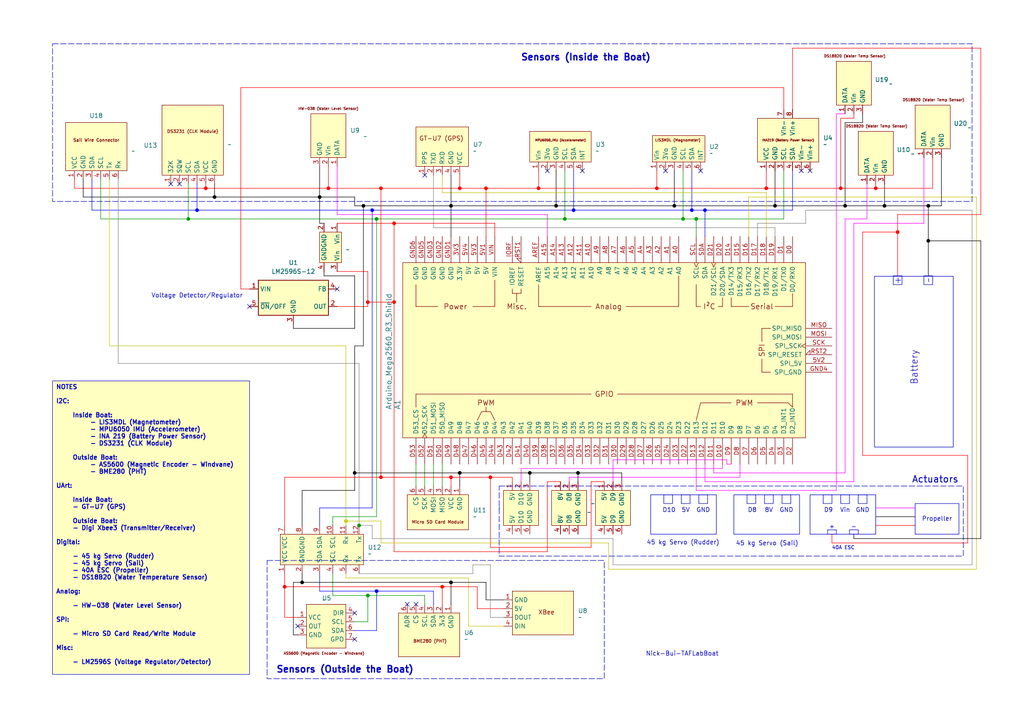
<source format=kicad_sch>
(kicad_sch (version 20231120) (generator "eeschema") (generator_version "8.0")
  (paper "A4")
  (lib_symbols
    (symbol "PCM_arduino-library:Arduino_Mega2560_R3_Shield" (pin_names (offset 1.016))
      (property "Reference" "A" (at 0 -62.23 0))
      (property "Value" "Arduino_Mega2560_R3_Shield" (at 0 -66.04 0))
      (symbol "Arduino_Mega2560_R3_Shield_0_0"
        (text "Analog" (at -12.7 1.27 900) (effects (font (size 1.524 1.524))))
        (text "I²C" (at -12.7 30.48 900) (effects (font (size 1.524 1.524))))
        (text "Misc." (at -12.7 -25.4 900) (effects (font (size 1.524 1.524))))
        (text "Power" (at -12.7 -43.18 900) (effects (font (size 1.524 1.524))))
        (text "PWM" (at 15.24 -34.29 900) (effects (font (size 1.524 1.524))))
        (text "PWM" (at 15.24 40.64 900) (effects (font (size 1.524 1.524))))
        (text "Serial" (at -12.7 45.72 900) (effects (font (size 1.524 1.524))))
        (text "SPI" (at 0 45.72 0) (effects (font (size 1.524 1.524))))
      )
      (symbol "Arduino_Mega2560_R3_Shield_1_0"
        (text "GPIO" (at 12.7 0 900) (effects (font (size 1.524 1.524))))
      )
      (symbol "Arduino_Mega2560_R3_Shield_1_1"
        (pin power_out line (at -33.02 -41.91 0) (length 7.62) (name "3.3V") (number "3V3"))
        (pin power_in line (at -33.02 -34.29 0) (length 7.62) (name "5V") (number "5V1"))
        (pin power_in line (at 3.81 66.04 270) (length 7.62) (name "SPI_5V") (number "5V2"))
        (pin power_in line (at -33.02 -36.83 0) (length 7.62) (name "5V") (number "5V3"))
        (pin power_in line (at -33.02 -39.37 0) (length 7.62) (name "5V") (number "5V4"))
        (pin bidirectional line (at -33.02 21.59 0) (length 7.62) (name "A0") (number "A0"))
        (pin bidirectional line (at -33.02 19.05 0) (length 7.62) (name "A1") (number "A1"))
        (pin bidirectional line (at -33.02 -3.81 0) (length 7.62) (name "A10") (number "A10"))
        (pin bidirectional line (at -33.02 -6.35 0) (length 7.62) (name "A11") (number "A11"))
        (pin bidirectional line (at -33.02 -8.89 0) (length 7.62) (name "A12") (number "A12"))
        (pin bidirectional line (at -33.02 -11.43 0) (length 7.62) (name "A13") (number "A13"))
        (pin bidirectional line (at -33.02 -13.97 0) (length 7.62) (name "A14") (number "A14"))
        (pin bidirectional line (at -33.02 -16.51 0) (length 7.62) (name "A15") (number "A15"))
        (pin bidirectional line (at -33.02 16.51 0) (length 7.62) (name "A2") (number "A2"))
        (pin bidirectional line (at -33.02 13.97 0) (length 7.62) (name "A3") (number "A3"))
        (pin bidirectional line (at -33.02 11.43 0) (length 7.62) (name "A4") (number "A4"))
        (pin bidirectional line (at -33.02 8.89 0) (length 7.62) (name "A5") (number "A5"))
        (pin bidirectional line (at -33.02 6.35 0) (length 7.62) (name "A6") (number "A6"))
        (pin bidirectional line (at -33.02 3.81 0) (length 7.62) (name "A7") (number "A7"))
        (pin bidirectional line (at -33.02 1.27 0) (length 7.62) (name "A8") (number "A8"))
        (pin bidirectional line (at -33.02 -1.27 0) (length 7.62) (name "A9") (number "A9"))
        (pin input line (at -33.02 -19.05 0) (length 7.62) (name "AREF") (number "AREF"))
        (pin bidirectional line (at -33.02 54.61 0) (length 7.62) (name "D0/RX0") (number "D0"))
        (pin bidirectional line (at -33.02 52.07 0) (length 7.62) (name "D1/TX0") (number "D1"))
        (pin bidirectional line (at 33.02 34.29 180) (length 7.62) (name "D10") (number "D10"))
        (pin bidirectional line (at 33.02 31.75 180) (length 7.62) (name "D11") (number "D11"))
        (pin bidirectional line (at 33.02 29.21 180) (length 7.62) (name "D12") (number "D12"))
        (pin bidirectional line (at 33.02 26.67 180) (length 7.62) (name "D13") (number "D13"))
        (pin bidirectional line (at -33.02 36.83 0) (length 7.62) (name "D14/TX3") (number "D14"))
        (pin bidirectional line (at -33.02 39.37 0) (length 7.62) (name "D15/RX3") (number "D15"))
        (pin bidirectional line (at -33.02 41.91 0) (length 7.62) (name "D16/TX2") (number "D16"))
        (pin bidirectional line (at -33.02 44.45 0) (length 7.62) (name "D17/RX2") (number "D17"))
        (pin bidirectional line (at -33.02 46.99 0) (length 7.62) (name "D18/TX1") (number "D18"))
        (pin bidirectional line (at -33.02 49.53 0) (length 7.62) (name "D19/RX1") (number "D19"))
        (pin bidirectional line (at 33.02 54.61 180) (length 7.62) (name "D2_INT0") (number "D2"))
        (pin bidirectional line (at -33.02 34.29 0) (length 7.62) (name "D20/SDA") (number "D20"))
        (pin bidirectional clock (at -33.02 31.75 0) (length 7.62) (name "D21/SCL") (number "D21"))
        (pin bidirectional line (at 33.02 24.13 180) (length 7.62) (name "D22") (number "D22"))
        (pin bidirectional line (at 33.02 21.59 180) (length 7.62) (name "D23") (number "D23"))
        (pin bidirectional line (at 33.02 19.05 180) (length 7.62) (name "D24") (number "D24"))
        (pin bidirectional line (at 33.02 16.51 180) (length 7.62) (name "D25") (number "D25"))
        (pin bidirectional line (at 33.02 13.97 180) (length 7.62) (name "D26") (number "D26"))
        (pin bidirectional line (at 33.02 11.43 180) (length 7.62) (name "D27") (number "D27"))
        (pin bidirectional line (at 33.02 8.89 180) (length 7.62) (name "D28") (number "D28"))
        (pin bidirectional line (at 33.02 6.35 180) (length 7.62) (name "D29") (number "D29"))
        (pin bidirectional line (at 33.02 52.07 180) (length 7.62) (name "D3_INT1") (number "D3"))
        (pin bidirectional line (at 33.02 3.81 180) (length 7.62) (name "D30") (number "D30"))
        (pin bidirectional line (at 33.02 1.27 180) (length 7.62) (name "D31") (number "D31"))
        (pin bidirectional line (at 33.02 -1.27 180) (length 7.62) (name "D32") (number "D32"))
        (pin bidirectional line (at 33.02 -3.81 180) (length 7.62) (name "D33") (number "D33"))
        (pin bidirectional line (at 33.02 -6.35 180) (length 7.62) (name "D34") (number "D34"))
        (pin bidirectional line (at 33.02 -8.89 180) (length 7.62) (name "D35") (number "D35"))
        (pin bidirectional line (at 33.02 -11.43 180) (length 7.62) (name "D36") (number "D36"))
        (pin bidirectional line (at 33.02 -13.97 180) (length 7.62) (name "D37") (number "D37"))
        (pin bidirectional line (at 33.02 -16.51 180) (length 7.62) (name "D38") (number "D38"))
        (pin bidirectional line (at 33.02 -19.05 180) (length 7.62) (name "D39") (number "D39"))
        (pin bidirectional line (at 33.02 49.53 180) (length 7.62) (name "D4") (number "D4"))
        (pin bidirectional line (at 33.02 -21.59 180) (length 7.62) (name "D40") (number "D40"))
        (pin bidirectional line (at 33.02 -24.13 180) (length 7.62) (name "D41") (number "D41"))
        (pin bidirectional line (at 33.02 -26.67 180) (length 7.62) (name "D42") (number "D42"))
        (pin bidirectional line (at 33.02 -29.21 180) (length 7.62) (name "D43") (number "D43"))
        (pin bidirectional line (at 33.02 -31.75 180) (length 7.62) (name "D44") (number "D44"))
        (pin bidirectional line (at 33.02 -34.29 180) (length 7.62) (name "D45") (number "D45"))
        (pin bidirectional line (at 33.02 -36.83 180) (length 7.62) (name "D46") (number "D46"))
        (pin bidirectional line (at 33.02 -39.37 180) (length 7.62) (name "D47") (number "D47"))
        (pin bidirectional line (at 33.02 -41.91 180) (length 7.62) (name "D48") (number "D48"))
        (pin bidirectional line (at 33.02 -44.45 180) (length 7.62) (name "D49") (number "D49"))
        (pin bidirectional line (at 33.02 46.99 180) (length 7.62) (name "D5") (number "D5"))
        (pin bidirectional line (at 33.02 -46.99 180) (length 7.62) (name "D50_MISO") (number "D50"))
        (pin bidirectional line (at 33.02 -49.53 180) (length 7.62) (name "D51_MOSI") (number "D51"))
        (pin bidirectional clock (at 33.02 -52.07 180) (length 7.62) (name "D52_SCK") (number "D52"))
        (pin bidirectional line (at 33.02 -54.61 180) (length 7.62) (name "D53_CS") (number "D53"))
        (pin bidirectional line (at 33.02 44.45 180) (length 7.62) (name "D6") (number "D6"))
        (pin bidirectional line (at 33.02 41.91 180) (length 7.62) (name "D7") (number "D7"))
        (pin bidirectional line (at 33.02 39.37 180) (length 7.62) (name "D8") (number "D8"))
        (pin bidirectional line (at 33.02 36.83 180) (length 7.62) (name "D9") (number "D9"))
        (pin power_in line (at -33.02 -44.45 0) (length 7.62) (name "GND") (number "GND1"))
        (pin power_in line (at -33.02 -46.99 0) (length 7.62) (name "GND") (number "GND2"))
        (pin power_in line (at -33.02 -49.53 0) (length 7.62) (name "GND") (number "GND3"))
        (pin power_in line (at 6.35 66.04 270) (length 7.62) (name "SPI_GND") (number "GND4"))
        (pin power_in line (at -33.02 -52.07 0) (length 7.62) (name "GND") (number "GND5"))
        (pin power_in line (at -33.02 -54.61 0) (length 7.62) (name "GND") (number "GND6"))
        (pin output line (at -33.02 -26.67 0) (length 7.62) (name "IOREF") (number "IORF"))
        (pin input line (at -6.35 66.04 270) (length 7.62) (name "SPI_MISO") (number "MISO"))
        (pin output line (at -3.81 66.04 270) (length 7.62) (name "SPI_MOSI") (number "MOSI"))
        (pin open_collector input_low (at -33.02 -24.13 0) (length 7.62) (name "RESET") (number "RST1"))
        (pin open_collector input_low (at 1.27 66.04 270) (length 7.62) (name "SPI_RESET") (number "RST2"))
        (pin output clock (at -1.27 66.04 270) (length 7.62) (name "SPI_SCK") (number "SCK"))
        (pin bidirectional clock (at -33.02 26.67 0) (length 7.62) (name "SCL") (number "SCL"))
        (pin bidirectional line (at -33.02 29.21 0) (length 7.62) (name "SDA") (number "SDA"))
        (pin power_in line (at -33.02 -31.75 0) (length 7.62) (name "VIN") (number "VIN"))
      )
    )
    (symbol "Regulator_Switching:LM2596S-12"
      (property "Reference" "U" (at -10.16 6.35 0))
      (property "Value" "LM2596S-12" (at 0 6.35 0))
      (symbol "LM2596S-12_1_1"
        (pin power_in line (at -12.7 2.54 0) (length 2.54) (name "VIN") (number "1"))
        (pin output line (at 12.7 -2.54 180) (length 2.54) (name "OUT") (number "2"))
        (pin power_in line (at 0 -7.62 90) (length 2.54) (name "GND") (number "3"))
        (pin input line (at 12.7 2.54 180) (length 2.54) (name "FB") (number "4"))
        (pin input line (at -12.7 -2.54 0) (length 2.54) (name "~{ON}/OFF") (number "5"))
      )
    )
    (symbol "TAFLab-Symbol-Library:AS5600_Magnetic_Encoder_Windvane"
      (property "Reference" "U" (at 0 0 0))
      (symbol "AS5600_Magnetic_Encoder_Windvane_1_1"
        (text "AS5600 (Magnetic Encoder - Windvane)" (at 7.62 -7.874 0) (effects (font (size 0.762 0.762))))
        (pin power_in line (at 0 2.54 0) (length 2.54) (name "VCC") (number "1"))
        (pin output line (at 0 0 0) (length 2.54) (name "OUT") (number "2"))
        (pin power_in line (at 0 -2.54 0) (length 2.54) (name "GND") (number "3"))
        (pin unspecified line (at 16.51 3.81 180) (length 2.54) (name "DIR") (number "4"))
        (pin bidirectional line (at 16.51 1.27 180) (length 2.54) (name "SCL") (number "5"))
        (pin bidirectional line (at 16.51 -1.27 180) (length 2.54) (name "SDA") (number "6"))
        (pin unspecified line (at 16.51 -3.81 180) (length 2.54) (name "GPO") (number "7"))
      )
    )
    (symbol "TAFLab-Symbol-Library:BME280_PHT"
      (property "Reference" "U" (at 0 0 0))
      (symbol "BME280_PHT_1_1"
        (text "BME280 (PHT)" (at 10.668 -3.556 900) (effects (font (size 0.889 0.889))))
        (pin power_in line (at 0 2.54 0) (length 2.54) (name "GND") (number "1"))
        (pin power_in line (at 0 0 0) (length 2.54) (name "3v3") (number "2"))
        (pin bidirectional line (at 0 -2.54 0) (length 2.54) (name "SDA") (number "3"))
        (pin bidirectional line (at 0 -5.08 0) (length 2.54) (name "SCL") (number "4"))
        (pin unspecified line (at 0 -7.62 0) (length 2.54) (name "CS") (number "5"))
        (pin unspecified line (at 0 -10.16 0) (length 2.54) (name "ADR") (number "6"))
      )
    )
    (symbol "TAFLab-Symbol-Library:DS18B20_Water_Temp_Sensor"
      (property "Reference" "U" (at 0 0 0))
      (symbol "DS18B20_Water_Temp_Sensor_1_1"
        (text "DS18B20 (Water Temp Sensor)" (at 16.764 -0.254 900) (effects (font (size 0.762 0.762))))
        (pin output line (at 0 2.54 0) (length 2.54) (name "DATA") (number "1"))
        (pin power_in line (at 0 0 0) (length 2.54) (name "Vin") (number "2"))
        (pin power_in line (at 0 -2.54 0) (length 2.54) (name "GND") (number "3"))
      )
    )
    (symbol "TAFLab-Symbol-Library:ESCConnector"
      (property "Reference" "U" (at 0 0 0))
      (symbol "ESCConnector_1_1"
        (pin power_in line (at -7.62 8.89 0) (length 2.54) (name "5V") (number "1"))
        (pin unspecified line (at -7.62 6.35 0) (length 2.54) (name "D9") (number "2"))
        (pin power_in line (at -7.62 3.81 0) (length 2.54) (name "GND") (number "3"))
        (pin power_in line (at 7.62 8.89 180) (length 2.54) (name "5V") (number "4"))
        (pin unspecified line (at 7.62 6.35 180) (length 2.54) (name "D9") (number "5"))
        (pin power_in line (at 7.62 3.81 180) (length 2.54) (name "GND") (number "6"))
      )
    )
    (symbol "TAFLab-Symbol-Library:GT-U7_GPS"
      (property "Reference" "U" (at 0 0 0))
      (symbol "GT-U7_GPS_1_1"
        (text "GT-U7 (GPS)" (at 10.668 -1.016 900) (effects (font (size 1.27 1.27))))
        (pin unspecified line (at 0 3.81 0) (length 2.54) (name "PPS") (number "1"))
        (pin output line (at 0 1.27 0) (length 2.54) (name "TXD") (number "2"))
        (pin input line (at 0 -1.27 0) (length 2.54) (name "RXD") (number "3"))
        (pin power_in line (at 0 -3.81 0) (length 2.54) (name "GND") (number "4"))
        (pin power_in line (at 0 -6.35 0) (length 2.54) (name "VCC") (number "5"))
      )
    )
    (symbol "TAFLab-Symbol-Library:HW-038_WaterLevelSensor"
      (property "Reference" "U" (at 0 0 0))
      (symbol "HW-038_WaterLevelSensor_1_1"
        (text "HW-038 (Water Level Sensor)" (at -16.764 0 900) (effects (font (size 0.762 0.762))))
        (pin output line (at 0 2.54 180) (length 2.54) (name "DATA") (number "1"))
        (pin power_in line (at 0 0 180) (length 2.54) (name "Vin") (number "2"))
        (pin power_in line (at 0 -2.54 180) (length 2.54) (name "GND") (number "3"))
      )
    )
    (symbol "TAFLab-Symbol-Library:HW84_DS3231_CLK_Module"
      (property "Reference" "U" (at 0 0 0))
      (symbol "HW84_DS3231_CLK_Module_1_1"
        (text "DS3231 (CLK Module)" (at 15.24 0 900) (effects (font (size 0.889 0.889))))
        (pin unspecified line (at 0 6.35 0) (length 2.54) (name "32K") (number "1"))
        (pin unspecified line (at 0 3.81 0) (length 2.54) (name "SQW") (number "2"))
        (pin bidirectional line (at 0 1.27 0) (length 2.54) (name "SCL") (number "3"))
        (pin bidirectional line (at 0 -1.27 0) (length 2.54) (name "SDA") (number "4"))
        (pin power_in line (at 0 -3.81 0) (length 2.54) (name "VCC") (number "5"))
        (pin power_in line (at 0 -6.35 0) (length 2.54) (name "GND") (number "6"))
      )
    )
    (symbol "TAFLab-Symbol-Library:INA219_BatteryPowerSensor"
      (property "Reference" "U" (at 0 0 0))
      (symbol "INA219_BatteryPowerSensor_1_1"
        (text "INA219 (Battery Power Sensor)" (at 8.89 -3.81 900) (effects (font (size 0.635 0.635))))
        (pin power_in line (at 0 2.54 0) (length 2.54) (name "VCC") (number "1"))
        (pin power_in line (at 0 0 0) (length 2.54) (name "GND") (number "2"))
        (pin bidirectional line (at 0 -2.54 0) (length 2.54) (name "SCL") (number "3"))
        (pin bidirectional line (at 0 -5.08 0) (length 2.54) (name "SDA") (number "4"))
        (pin power_in line (at 0 -7.62 0) (length 2.54) (name "Vin-") (number "5"))
        (pin power_in line (at 0 -10.16 0) (length 2.54) (name "Vin+") (number "6"))
        (pin power_in line (at 17.78 -2.54 180) (length 2.54) (name "Vin-") (number "7"))
        (pin power_in line (at 17.78 -5.08 180) (length 2.54) (name "Vin+") (number "8"))
      )
    )
    (symbol "TAFLab-Symbol-Library:LISM3DL_Magnometer"
      (property "Reference" "U" (at 0 0 0))
      (symbol "LISM3DL_Magnometer_1_1"
        (text "LIS3MDL (Magnometer)" (at 7.62 -3.556 900) (effects (font (size 0.762 0.762))))
        (pin power_in line (at -1.27 2.54 0) (length 2.54) (name "Vin") (number "1"))
        (pin power_in line (at -1.27 0 0) (length 2.54) (name "3Vo") (number "2"))
        (pin power_in line (at -1.27 -2.54 0) (length 2.54) (name "GND") (number "3"))
        (pin bidirectional line (at -1.27 -5.08 0) (length 2.54) (name "SCL") (number "4"))
        (pin bidirectional line (at -1.27 -7.62 0) (length 2.54) (name "SDA") (number "5"))
        (pin bidirectional line (at -1.27 -10.16 0) (length 2.54) (name "INT") (number "6"))
      )
    )
    (symbol "TAFLab-Symbol-Library:MPU6050_IMU_Accelerometer"
      (property "Reference" "U" (at 0 0 0))
      (symbol "MPU6050_IMU_Accelerometer_1_1"
        (text "MPU6050_IMU (Accelerometer)" (at 8.89 -3.81 900) (effects (font (size 0.635 0.635))))
        (pin power_in line (at 0 2.54 0) (length 2.54) (name "Vin") (number "1"))
        (pin power_in line (at 0 0 0) (length 2.54) (name "3Vo") (number "2"))
        (pin power_in line (at 0 -2.54 0) (length 2.54) (name "GND") (number "3"))
        (pin bidirectional line (at 0 -5.08 0) (length 2.54) (name "SCL") (number "4"))
        (pin bidirectional line (at 0 -7.62 0) (length 2.54) (name "SDA") (number "5"))
        (pin power_in line (at 0 -10.16 0) (length 2.54) (name "INT") (number "6"))
      )
    )
    (symbol "TAFLab-Symbol-Library:Micro_SD_Card_Module"
      (property "Reference" "U" (at 0 0 0))
      (symbol "Micro_SD_Card_Module_1_1"
        (text "Micro SD Card Module" (at 10.414 -3.81 900) (effects (font (size 0.889 0.889))))
        (pin power_in line (at 0 2.54 0) (length 2.54) (name "GND") (number "1"))
        (pin power_in line (at 0 0 0) (length 2.54) (name "VCC") (number "2"))
        (pin unspecified line (at 0 -2.54 0) (length 2.54) (name "MISO") (number "3"))
        (pin unspecified line (at 0 -5.08 0) (length 2.54) (name "MOSI") (number "4"))
        (pin unspecified line (at 0 -7.62 0) (length 2.54) (name "SCK") (number "5"))
        (pin unspecified line (at 0 -10.16 0) (length 2.54) (name "CS") (number "6"))
      )
    )
    (symbol "TAFLab-Symbol-Library:RudderConnector"
      (property "Reference" "U" (at 0 0 0))
      (symbol "RudderConnector_1_1"
        (pin power_in line (at 0 2.54 0) (length 2.54) (name "5V") (number "1"))
        (pin unspecified line (at 0 0 0) (length 2.54) (name "D10") (number "2"))
        (pin power_in line (at 0 -2.54 0) (length 2.54) (name "GND") (number "3"))
        (pin power_in line (at 15.24 2.54 180) (length 2.54) (name "5V") (number "4"))
        (pin unspecified line (at 15.24 0 180) (length 2.54) (name "D10") (number "5"))
        (pin power_in line (at 15.24 -2.54 180) (length 2.54) (name "GND") (number "6"))
      )
    )
    (symbol "TAFLab-Symbol-Library:SailConnector"
      (property "Reference" "U" (at 0 0 0))
      (symbol "SailConnector_1_1"
        (pin power_in line (at -7.62 10.16 0) (length 2.54) (name "8V") (number "1"))
        (pin unspecified line (at -7.62 7.62 0) (length 2.54) (name "D8") (number "2"))
        (pin power_in line (at -7.62 5.08 0) (length 2.54) (name "GND") (number "3"))
        (pin power_in line (at 7.62 10.16 180) (length 2.54) (name "8V") (number "4"))
        (pin unspecified line (at 7.62 7.62 180) (length 2.54) (name "D8") (number "5"))
        (pin power_in line (at 7.62 5.08 180) (length 2.54) (name "GND") (number "6"))
      )
    )
    (symbol "TAFLab-Symbol-Library:SailWireConnector"
      (property "Reference" "U" (at 2.54 0 0))
      (symbol "SailWireConnector_1_1"
        (text "Sail Wire Connector" (at 13.97 0 900) (effects (font (size 0.889 0.889))))
        (pin power_in line (at 2.54 6.35 0) (length 2.54) (name "VCC") (number "1"))
        (pin power_in line (at 2.54 3.81 0) (length 2.54) (name "GND") (number "2"))
        (pin bidirectional line (at 2.54 1.27 0) (length 2.54) (name "SDA") (number "3"))
        (pin bidirectional line (at 2.54 -1.27 0) (length 2.54) (name "SCL") (number "4"))
        (pin unspecified line (at 2.54 -3.81 0) (length 2.54) (name "Tx") (number "5"))
        (pin unspecified line (at 2.54 -6.35 0) (length 2.54) (name "Rx") (number "6"))
      )
    )
    (symbol "TAFLab-Symbol-Library:Top_Boat_Symbol"
      (property "Reference" "U" (at 0 0 0))
      (symbol "Top_Boat_Symbol_1_1"
        (pin power_in line (at -17.78 -2.54 90) (length 2.54) (name "VCC") (number "1"))
        (pin bidirectional line (at -3.81 11.43 270) (length 2.54) (name "SCL") (number "10"))
        (pin input line (at 0 11.43 270) (length 2.54) (name "Rx") (number "11"))
        (pin output line (at 3.81 11.43 270) (length 2.54) (name "Tx") (number "12"))
        (pin power_in line (at -12.7 -2.54 90) (length 2.54) (name "GND") (number "2"))
        (pin bidirectional line (at -7.62 -2.54 90) (length 2.54) (name "SDA") (number "3"))
        (pin bidirectional line (at -3.81 -2.54 90) (length 2.54) (name "SCL") (number "4"))
        (pin input line (at 0 -2.54 90) (length 2.54) (name "Rx") (number "5"))
        (pin output line (at 3.81 -2.54 90) (length 2.54) (name "Tx") (number "6"))
        (pin power_in line (at -17.78 11.43 270) (length 2.54) (name "VCC") (number "7"))
        (pin power_in line (at -12.7 11.43 270) (length 2.54) (name "GND") (number "8"))
        (pin bidirectional line (at -7.62 11.43 270) (length 2.54) (name "SDA") (number "9"))
      )
    )
    (symbol "TAFLab-Symbol-Library:VinArduinoConnector"
      (property "Reference" "U" (at 0 -2.54 0))
      (symbol "VinArduinoConnector_1_1"
        (pin power_in line (at -2.54 0 0) (length 2.54) (name "Vin") (number "1"))
        (pin power_in line (at -2.54 -3.81 0) (length 2.54) (name "GND") (number "2"))
        (pin power_in line (at 11.43 0 180) (length 2.54) (name "Vin") (number "3"))
        (pin power_in line (at 11.43 -3.81 180) (length 2.54) (name "GND") (number "4"))
      )
    )
    (symbol "TAFLab-Symbol-Library:XBeeBreakout"
      (property "Reference" "U" (at 0 0 0))
      (symbol "XBeeBreakout_1_1"
        (text "XBee" (at 12.446 -1.016 0) (effects (font (size 1.27 1.27))))
        (pin power_in line (at 0 2.54 0) (length 2.54) (name "GND") (number "1"))
        (pin power_in line (at 0 0 0) (length 2.54) (name "5V") (number "2"))
        (pin output line (at 0 -2.54 0) (length 2.54) (name "DOUT") (number "3"))
        (pin input line (at 0 -5.08 0) (length 2.54) (name "DIN") (number "4"))
      )
    )
  )
  (junction (at 245.11 59.69) (color 0 0 0 1))
  (junction (at 161.29 59.69) (color 0 0 0 1))
  (junction (at 57.15 60.96) (color 0 0 255 1))
  (junction (at 260.35 67.31) (color 255 0 0 1))
  (junction (at 142.24 138.43) (color 255 0 0 1))
  (junction (at 62.23 57.15) (color 0 0 0 1))
  (junction (at 167.64 137.16) (color 0 0 0 1))
  (junction (at 109.22 171.45) (color 0 0 255 1))
  (junction (at 114.3 87.63) (color 255 0 0 1))
  (junction (at 128.27 170.18) (color 255 0 0 1))
  (junction (at 269.24 59.69) (color 0 0 0 1))
  (junction (at 269.24 69.85) (color 0 0 0 1))
  (junction (at 104.14 152.4))
  (junction (at 105.41 59.69) (color 0 0 0 1))
  (junction (at 130.81 59.69) (color 0 0 0 1))
  (junction (at 114.3 64.77) (color 255 0 0 1))
  (junction (at 107.95 60.96) (color 0 0 255 1))
  (junction (at 82.55 170.18) (color 255 0 0 1))
  (junction (at 110.49 54.61) (color 255 0 0 1))
  (junction (at 163.83 63.5))
  (junction (at 110.49 138.43) (color 255 0 0 1))
  (junction (at 254 54.61) (color 255 0 0 1))
  (junction (at 243.84 54.61) (color 255 0 0 1))
  (junction (at 166.37 60.96) (color 0 0 255 1))
  (junction (at 153.67 137.16) (color 0 0 0 1))
  (junction (at 198.12 63.5))
  (junction (at 222.25 54.61) (color 255 0 0 1))
  (junction (at 106.68 172.72))
  (junction (at 204.47 60.96) (color 0 0 255 1))
  (junction (at 140.97 54.61) (color 255 0 0 1))
  (junction (at 133.35 137.16) (color 0 0 0 1))
  (junction (at 256.54 59.69) (color 0 0 0 1))
  (junction (at 201.93 63.5))
  (junction (at 92.71 57.15) (color 0 0 0 1))
  (junction (at 109.22 63.5))
  (junction (at 95.25 54.61) (color 255 0 0 1))
  (junction (at 106.68 87.63) (color 255 0 0 1))
  (junction (at 59.69 54.61) (color 255 0 0 1))
  (junction (at 133.35 54.61) (color 255 0 0 1))
  (junction (at 200.66 60.96) (color 0 0 255 1))
  (junction (at 102.87 137.16) (color 0 0 0 1))
  (junction (at 87.63 168.91) (color 0 0 0 1))
  (junction (at 130.81 168.91) (color 0 0 0 1))
  (junction (at 54.61 63.5))
  (junction (at 190.5 54.61) (color 255 0 0 1))
  (junction (at 195.58 59.69) (color 0 0 0 1))
  (junction (at 224.79 59.69) (color 0 0 0 1))
  (junction (at 130.81 138.43) (color 255 0 0 1))
  (junction (at 156.21 54.61) (color 255 0 0 1))
  (junction (at 100.33 151.13) (color 194 194 0 1))
  (no_connect (at 49.53 53.34))
  (no_connect (at 120.65 175.26))
  (no_connect (at 118.11 175.26))
  (no_connect (at 158.75 49.53))
  (no_connect (at 72.39 88.9))
  (no_connect (at 193.04 49.53))
  (no_connect (at 86.36 181.61))
  (no_connect (at 102.87 185.42))
  (no_connect (at 102.87 177.8))
  (no_connect (at 232.41 49.53))
  (no_connect (at 97.79 83.82))
  (no_connect (at 168.91 49.53))
  (no_connect (at 52.07 53.34))
  (no_connect (at 203.2 49.53))
  (no_connect (at 123.19 50.8))
  (no_connect (at 234.95 49.53))
  (wire (pts (xy 125.73 134.62) (xy 125.73 140.97)))
  (wire (pts (xy 201.93 63.5) (xy 198.12 63.5)))
  (wire (pts (xy 233.68 64.77) (xy 219.71 64.77)) (stroke (width 0) (color 132 132 132 1)))
  (wire (pts (xy 114.3 64.77) (xy 143.51 64.77)) (stroke (width 0) (color 255 0 0 1)))
  (wire (pts (xy 62.23 57.15) (xy 24.13 57.15)) (stroke (width 0) (color 0 0 0 1)))
  (wire (pts (xy 247.65 139.7) (xy 204.47 139.7)) (stroke (width 0) (color 255 0 255 1)))
  (wire (pts (xy 190.5 54.61) (xy 222.25 54.61)) (stroke (width 0) (color 255 0 0 1)))
  (wire (pts (xy 69.85 25.4) (xy 69.85 83.82)) (stroke (width 0) (color 255 0 0 1)))
  (wire (pts (xy 123.19 134.62) (xy 123.19 140.97)))
  (wire (pts (xy 107.95 147.32) (xy 92.71 147.32)) (stroke (width 0) (color 0 0 255 1)))
  (wire (pts (xy 142.24 138.43) (xy 148.59 138.43)) (stroke (width 0) (color 255 0 0 1)))
  (wire (pts (xy 114.3 87.63) (xy 114.3 64.77)) (stroke (width 0) (color 255 0 0 1)))
  (wire (pts (xy 110.49 157.48) (xy 176.53 157.48)) (stroke (width 0) (color 194 194 0 1)))
  (wire (pts (xy 227.33 49.53) (xy 227.33 63.5)))
  (wire (pts (xy 102.87 142.24) (xy 87.63 142.24)) (stroke (width 0) (color 0 0 0 1)))
  (wire (pts (xy 260.35 80.01) (xy 260.35 67.31)) (stroke (width 0) (color 255 0 0 1)))
  (wire (pts (xy 87.63 168.91) (xy 130.81 168.91)) (stroke (width 0) (color 0 0 0 1)))
  (wire (pts (xy 107.95 156.21) (xy 107.95 152.4)) (stroke (width 0) (color 132 132 132 1)))
  (wire (pts (xy 256.54 59.69) (xy 269.24 59.69)) (stroke (width 0) (color 0 0 0 1)))
  (wire (pts (xy 254 54.61) (xy 270.51 54.61)) (stroke (width 0) (color 255 0 0 1)))
  (wire (pts (xy 245.11 35.56) (xy 250.19 35.56)) (stroke (width 0) (color 0 0 0 1)))
  (wire (pts (xy 224.79 59.69) (xy 224.79 49.53)) (stroke (width 0) (color 0 0 0 1)))
  (wire (pts (xy 201.93 68.58) (xy 201.93 63.5)))
  (wire (pts (xy 93.98 80.01) (xy 93.98 78.74)) (stroke (width 0) (color 0 0 0 1)))
  (wire (pts (xy 96.52 172.72) (xy 106.68 172.72)))
  (wire (pts (xy 110.49 54.61) (xy 110.49 138.43)) (stroke (width 0) (color 255 0 0 1)))
  (wire (pts (xy 260.35 67.31) (xy 260.35 62.23)) (stroke (width 0) (color 255 0 0 1)))
  (wire (pts (xy 130.81 168.91) (xy 140.97 168.91)) (stroke (width 0) (color 0 0 0 1)))
  (wire (pts (xy 158.75 160.02) (xy 158.75 139.7)) (stroke (width 0) (color 255 0 0 1)))
  (wire (pts (xy 106.68 87.63) (xy 106.68 78.74)) (stroke (width 0) (color 255 0 0 1)))
  (wire (pts (xy 161.29 59.69) (xy 195.58 59.69)) (stroke (width 0) (color 0 0 0 1)))
  (wire (pts (xy 153.67 137.16) (xy 167.64 137.16)) (stroke (width 0) (color 0 0 0 1)))
  (wire (pts (xy 207.01 134.62) (xy 207.01 137.16)) (stroke (width 0) (color 255 0 255 1)))
  (wire (pts (xy 245.11 33.02) (xy 242.57 33.02)) (stroke (width 0) (color 255 0 255 1)))
  (wire (pts (xy 245.11 59.69) (xy 256.54 59.69)) (stroke (width 0) (color 0 0 0 1)))
  (wire (pts (xy 283.21 57.15) (xy 217.17 57.15)) (stroke (width 0) (color 194 194 0 1)))
  (wire (pts (xy 133.35 50.8) (xy 133.35 54.61)) (stroke (width 0) (color 255 0 0 1)))
  (wire (pts (xy 107.95 152.4) (xy 104.14 152.4)) (stroke (width 0) (color 132 132 132 1)))
  (wire (pts (xy 137.16 163.83) (xy 142.24 163.83)) (stroke (width 0) (color 132 132 132 1)))
  (wire (pts (xy 102.87 95.25) (xy 102.87 80.01)) (stroke (width 0) (color 0 0 0 1)))
  (wire (pts (xy 254 152.4) (xy 265.43 152.4)) (stroke (width 0) (color 255 0 0 1)))
  (wire (pts (xy 125.73 171.45) (xy 125.73 175.26)) (stroke (width 0) (color 0 0 255 1)))
  (wire (pts (xy 96.52 166.37) (xy 96.52 172.72)))
  (wire (pts (xy 128.27 134.62) (xy 128.27 140.97)))
  (wire (pts (xy 109.22 171.45) (xy 125.73 171.45)) (stroke (width 0) (color 0 0 255 1)))
  (wire (pts (xy 167.64 137.16) (xy 167.64 139.7)) (stroke (width 0) (color 0 0 0 1)))
  (wire (pts (xy 260.35 67.31) (xy 250.19 67.31)) (stroke (width 0) (color 255 0 0 1)))
  (wire (pts (xy 267.97 64.77) (xy 247.65 64.77)) (stroke (width 0) (color 255 0 255 1)))
  (wire (pts (xy 54.61 63.5) (xy 54.61 53.34)))
  (wire (pts (xy 107.95 60.96) (xy 107.95 147.32)) (stroke (width 0) (color 0 0 255 1)))
  (wire (pts (xy 109.22 63.5) (xy 54.61 63.5)))
  (wire (pts (xy 283.21 165.1) (xy 283.21 57.15)) (stroke (width 0) (color 194 194 0 1)))
  (wire (pts (xy 209.55 135.89) (xy 209.55 134.62)) (stroke (width 0) (color 255 0 255 1)))
  (wire (pts (xy 62.23 57.15) (xy 92.71 57.15)) (stroke (width 0) (color 0 0 0 1)))
  (wire (pts (xy 165.1 139.7) (xy 165.1 138.43)) (stroke (width 0) (color 255 0 255 1)))
  (wire (pts (xy 102.87 137.16) (xy 102.87 142.24)) (stroke (width 0) (color 0 0 0 1)))
  (wire (pts (xy 251.46 53.34) (xy 251.46 63.5)) (stroke (width 0) (color 255 0 255 1)))
  (wire (pts (xy 281.94 60.96) (xy 233.68 60.96)) (stroke (width 0) (color 132 132 132 1)))
  (wire (pts (xy 260.35 62.23) (xy 284.48 62.23)) (stroke (width 0) (color 255 0 0 1)))
  (wire (pts (xy 140.97 168.91) (xy 140.97 173.99)) (stroke (width 0) (color 0 0 0 1)))
  (wire (pts (xy 204.47 60.96) (xy 204.47 68.58)) (stroke (width 0) (color 0 0 255 1)))
  (wire (pts (xy 104.14 105.41) (xy 34.29 105.41)) (stroke (width 0) (color 132 132 132 1)))
  (wire (pts (xy 54.61 63.5) (xy 29.21 63.5)))
  (wire (pts (xy 106.68 87.63) (xy 114.3 87.63)) (stroke (width 0) (color 255 0 0 1)))
  (wire (pts (xy 195.58 59.69) (xy 195.58 49.53)) (stroke (width 0) (color 0 0 0 1)))
  (wire (pts (xy 135.89 181.61) (xy 146.05 181.61)) (stroke (width 0) (color 194 194 0 1)))
  (wire (pts (xy 87.63 168.91) (xy 87.63 166.37)) (stroke (width 0) (color 0 0 0 1)))
  (wire (pts (xy 104.14 166.37) (xy 137.16 166.37)) (stroke (width 0) (color 132 132 132 1)))
  (wire (pts (xy 106.68 180.34) (xy 102.87 180.34)))
  (wire (pts (xy 102.87 137.16) (xy 102.87 100.33)) (stroke (width 0) (color 0 0 0 1)))
  (wire (pts (xy 100.33 167.64) (xy 135.89 167.64)) (stroke (width 0) (color 194 194 0 1)))
  (wire (pts (xy 280.67 157.48) (xy 241.3 157.48)) (stroke (width 0) (color 255 0 0 1)))
  (wire (pts (xy 92.71 64.77) (xy 93.98 64.77)) (stroke (width 0) (color 0 0 0 1)))
  (wire (pts (xy 166.37 60.96) (xy 107.95 60.96)) (stroke (width 0) (color 0 0 255 1)))
  (wire (pts (xy 133.35 137.16) (xy 153.67 137.16)) (stroke (width 0) (color 0 0 0 1)))
  (wire (pts (xy 222.25 55.88) (xy 222.25 68.58)) (stroke (width 0) (color 194 194 0 1)))
  (wire (pts (xy 254 54.61) (xy 254 53.34)) (stroke (width 0) (color 255 0 0 1)))
  (wire (pts (xy 92.71 57.15) (xy 92.71 48.26)) (stroke (width 0) (color 0 0 0 1)))
  (wire (pts (xy 204.47 139.7) (xy 204.47 134.62)) (stroke (width 0) (color 255 0 255 1)))
  (wire (pts (xy 106.68 172.72) (xy 123.19 172.72)))
  (wire (pts (xy 133.35 54.61) (xy 110.49 54.61)) (stroke (width 0) (color 255 0 0 1)))
  (wire (pts (xy 247.65 154.94) (xy 247.65 156.21)) (stroke (width 0) (color 0 0 0 1)))
  (wire (pts (xy 59.69 54.61) (xy 59.69 53.34)) (stroke (width 0) (color 255 0 0 1)))
  (wire (pts (xy 59.69 54.61) (xy 95.25 54.61)) (stroke (width 0) (color 255 0 0 1)))
  (wire (pts (xy 247.65 64.77) (xy 247.65 139.7)) (stroke (width 0) (color 255 0 255 1)))
  (wire (pts (xy 148.59 138.43) (xy 148.59 139.7)) (stroke (width 0) (color 255 0 0 1)))
  (wire (pts (xy 26.67 60.96) (xy 26.67 52.07)) (stroke (width 0) (color 0 0 255 1)))
  (wire (pts (xy 153.67 137.16) (xy 153.67 139.7)) (stroke (width 0) (color 0 0 0 1)))
  (wire (pts (xy 245.11 63.5) (xy 245.11 137.16)) (stroke (width 0) (color 255 0 255 1)))
  (wire (pts (xy 243.84 54.61) (xy 243.84 34.29)) (stroke (width 0) (color 255 0 0 1)))
  (wire (pts (xy 82.55 170.18) (xy 82.55 179.07)) (stroke (width 0) (color 255 0 0 1)))
  (wire (pts (xy 198.12 63.5) (xy 163.83 63.5)))
  (wire (pts (xy 92.71 57.15) (xy 92.71 64.77)) (stroke (width 0) (color 0 0 0 1)))
  (wire (pts (xy 114.3 87.63) (xy 114.3 160.02)) (stroke (width 0) (color 255 0 0 1)))
  (wire (pts (xy 176.53 165.1) (xy 283.21 165.1)) (stroke (width 0) (color 194 194 0 1)))
  (wire (pts (xy 156.21 54.61) (xy 190.5 54.61)) (stroke (width 0) (color 255 0 0 1)))
  (wire (pts (xy 176.53 157.48) (xy 176.53 165.1)) (stroke (width 0) (color 194 194 0 1)))
  (wire (pts (xy 151.13 139.7) (xy 151.13 135.89)) (stroke (width 0) (color 255 0 255 1)))
  (wire (pts (xy 219.71 64.77) (xy 219.71 68.58)) (stroke (width 0) (color 132 132 132 1)))
  (wire (pts (xy 158.75 139.7) (xy 162.56 139.7)) (stroke (width 0) (color 255 0 0 1)))
  (wire (pts (xy 190.5 54.61) (xy 190.5 49.53)) (stroke (width 0) (color 255 0 0 1)))
  (wire (pts (xy 222.25 54.61) (xy 222.25 49.53)) (stroke (width 0) (color 255 0 0 1)))
  (wire (pts (xy 140.97 54.61) (xy 133.35 54.61)) (stroke (width 0) (color 255 0 0 1)))
  (wire (pts (xy 269.24 59.69) (xy 269.24 69.85)) (stroke (width 0) (color 0 0 0 1)))
  (wire (pts (xy 106.68 172.72) (xy 106.68 180.34)))
  (wire (pts (xy 242.57 142.24) (xy 201.93 142.24)) (stroke (width 0) (color 255 0 255 1)))
  (wire (pts (xy 210.82 134.62) (xy 212.09 134.62)) (stroke (width 0) (color 255 0 255 1)))
  (wire (pts (xy 210.82 133.35) (xy 210.82 134.62)) (stroke (width 0) (color 255 0 255 1)))
  (wire (pts (xy 177.8 163.83) (xy 281.94 163.83)) (stroke (width 0) (color 132 132 132 1)))
  (wire (pts (xy 233.68 60.96) (xy 233.68 64.77)) (stroke (width 0) (color 132 132 132 1)))
  (wire (pts (xy 125.73 66.04) (xy 125.73 50.8)) (stroke (width 0) (color 132 132 132 1)))
  (wire (pts (xy 195.58 59.69) (xy 224.79 59.69)) (stroke (width 0) (color 0 0 0 1)))
  (wire (pts (xy 142.24 163.83) (xy 142.24 179.07)) (stroke (width 0) (color 132 132 132 1)))
  (wire (pts (xy 267.97 45.72) (xy 267.97 64.77)) (stroke (width 0) (color 255 0 255 1)))
  (wire (pts (xy 200.66 49.53) (xy 200.66 60.96)) (stroke (width 0) (color 0 0 255 1)))
  (wire (pts (xy 92.71 171.45) (xy 109.22 171.45)) (stroke (width 0) (color 0 0 255 1)))
  (wire (pts (xy 82.55 138.43) (xy 82.55 152.4)) (stroke (width 0) (color 255 0 0 1)))
  (wire (pts (xy 163.83 63.5) (xy 163.83 49.53)))
  (wire (pts (xy 110.49 138.43) (xy 82.55 138.43)) (stroke (width 0) (color 255 0 0 1)))
  (wire (pts (xy 120.65 134.62) (xy 120.65 140.97)))
  (wire (pts (xy 92.71 166.37) (xy 92.71 171.45)) (stroke (width 0) (color 0 0 255 1)))
  (wire (pts (xy 109.22 149.86) (xy 96.52 149.86)))
  (wire (pts (xy 107.95 156.21) (xy 177.8 156.21)) (stroke (width 0) (color 132 132 132 1)))
  (wire (pts (xy 85.09 95.25) (xy 85.09 93.98)) (stroke (width 0) (color 0 0 0 1)))
  (wire (pts (xy 69.85 83.82) (xy 72.39 83.82)) (stroke (width 0) (color 255 0 0 1)))
  (wire (pts (xy 102.87 100.33) (xy 105.41 100.33)) (stroke (width 0) (color 0 0 0 1)))
  (wire (pts (xy 229.87 13.97) (xy 229.87 31.75)) (stroke (width 0) (color 255 0 0 1)))
  (wire (pts (xy 270.51 54.61) (xy 270.51 45.72)) (stroke (width 0) (color 255 0 0 1)))
  (wire (pts (xy 82.55 166.37) (xy 82.55 170.18)) (stroke (width 0) (color 255 0 0 1)))
  (wire (pts (xy 102.87 182.88) (xy 109.22 182.88)) (stroke (width 0) (color 0 0 255 1)))
  (wire (pts (xy 62.23 57.15) (xy 62.23 53.34)) (stroke (width 0) (color 0 0 0 1)))
  (wire (pts (xy 128.27 170.18) (xy 128.27 175.26)) (stroke (width 0) (color 255 0 0 1)))
  (wire (pts (xy 245.11 137.16) (xy 207.01 137.16)) (stroke (width 0) (color 255 0 255 1)))
  (wire (pts (xy 243.84 54.61) (xy 254 54.61)) (stroke (width 0) (color 255 0 0 1)))
  (wire (pts (xy 105.41 59.69) (xy 130.81 59.69)) (stroke (width 0) (color 0 0 0 1)))
  (wire (pts (xy 156.21 54.61) (xy 156.21 49.53)) (stroke (width 0) (color 255 0 0 1)))
  (wire (pts (xy 180.34 137.16) (xy 180.34 139.7)) (stroke (width 0) (color 0 0 0 1)))
  (wire (pts (xy 229.87 49.53) (xy 229.87 60.96)) (stroke (width 0) (color 0 0 255 1)))
  (wire (pts (xy 177.8 133.35) (xy 210.82 133.35)) (stroke (width 0) (color 255 0 255 1)))
  (wire (pts (xy 151.13 135.89) (xy 209.55 135.89)) (stroke (width 0) (color 255 0 255 1)))
  (wire (pts (xy 128.27 55.88) (xy 222.25 55.88)) (stroke (width 0) (color 194 194 0 1)))
  (wire (pts (xy 250.19 132.08) (xy 280.67 132.08)) (stroke (width 0) (color 255 0 0 1)))
  (wire (pts (xy 102.87 59.69) (xy 105.41 59.69)) (stroke (width 0) (color 0 0 0 1)))
  (wire (pts (xy 166.37 60.96) (xy 166.37 49.53)) (stroke (width 0) (color 0 0 255 1)))
  (wire (pts (xy 128.27 50.8) (xy 128.27 55.88)) (stroke (width 0) (color 194 194 0 1)))
  (wire (pts (xy 163.83 63.5) (xy 109.22 63.5)))
  (wire (pts (xy 137.16 166.37) (xy 137.16 163.83)) (stroke (width 0) (color 132 132 132 1)))
  (wire (pts (xy 102.87 80.01) (xy 93.98 80.01)) (stroke (width 0) (color 0 0 0 1)))
  (wire (pts (xy 273.05 45.72) (xy 273.05 59.69)) (stroke (width 0) (color 0 0 0 1)))
  (wire (pts (xy 106.68 88.9) (xy 106.68 87.63)) (stroke (width 0) (color 255 0 0 1)))
  (wire (pts (xy 241.3 154.94) (xy 241.3 157.48)) (stroke (width 0) (color 255 0 0 1)))
  (wire (pts (xy 97.79 64.77) (xy 114.3 64.77)) (stroke (width 0) (color 255 0 0 1)))
  (wire (pts (xy 92.71 57.15) (xy 102.87 57.15)) (stroke (width 0) (color 0 0 0 1)))
  (wire (pts (xy 224.79 68.58) (xy 224.79 66.04)) (stroke (width 0) (color 132 132 132 1)))
  (wire (pts (xy 250.19 35.56) (xy 250.19 33.02)) (stroke (width 0) (color 0 0 0 1)))
  (wire (pts (xy 251.46 63.5) (xy 245.11 63.5)) (stroke (width 0) (color 255 0 255 1)))
  (wire (pts (xy 34.29 105.41) (xy 34.29 52.07)) (stroke (width 0) (color 132 132 132 1)))
  (wire (pts (xy 31.75 100.33) (xy 31.75 52.07)) (stroke (width 0) (color 194 194 0 1)))
  (wire (pts (xy 107.95 60.96) (xy 57.15 60.96)) (stroke (width 0) (color 0 0 255 1)))
  (wire (pts (xy 171.45 139.7) (xy 175.26 139.7)) (stroke (width 0) (color 255 0 0 1)))
  (wire (pts (xy 167.64 137.16) (xy 180.34 137.16)) (stroke (width 0) (color 0 0 0 1)))
  (wire (pts (xy 29.21 63.5) (xy 29.21 52.07)))
  (wire (pts (xy 114.3 160.02) (xy 158.75 160.02)) (stroke (width 0) (color 255 0 0 1)))
  (wire (pts (xy 142.24 138.43) (xy 142.24 158.75)) (stroke (width 0) (color 255 0 0 1)))
  (wire (pts (xy 100.33 166.37) (xy 100.33 167.64)) (stroke (width 0) (color 194 194 0 1)))
  (wire (pts (xy 85.09 184.15) (xy 85.09 168.91)) (stroke (width 0) (color 0 0 0 1)))
  (wire (pts (xy 242.57 33.02) (xy 242.57 142.24)) (stroke (width 0) (color 255 0 255 1)))
  (wire (pts (xy 102.87 57.15) (xy 102.87 59.69)) (stroke (width 0) (color 0 0 0 1)))
  (wire (pts (xy 227.33 25.4) (xy 69.85 25.4)) (stroke (width 0) (color 255 0 0 1)))
  (wire (pts (xy 281.94 163.83) (xy 281.94 60.96)) (stroke (width 0) (color 132 132 132 1)))
  (wire (pts (xy 130.81 138.43) (xy 142.24 138.43)) (stroke (width 0) (color 255 0 0 1)))
  (wire (pts (xy 269.24 59.69) (xy 273.05 59.69)) (stroke (width 0) (color 0 0 0 1)))
  (wire (pts (xy 130.81 168.91) (xy 130.81 175.26)) (stroke (width 0) (color 0 0 0 1)))
  (wire (pts (xy 247.65 34.29) (xy 247.65 33.02)) (stroke (width 0) (color 255 0 0 1)))
  (wire (pts (xy 86.36 184.15) (xy 85.09 184.15)) (stroke (width 0) (color 0 0 0 1)))
  (wire (pts (xy 140.97 54.61) (xy 156.21 54.61)) (stroke (width 0) (color 255 0 0 1)))
  (wire (pts (xy 158.75 62.23) (xy 158.75 68.58)) (stroke (width 0) (color 255 0 255 1)))
  (wire (pts (xy 143.51 64.77) (xy 143.51 68.58)) (stroke (width 0) (color 255 0 0 1)))
  (wire (pts (xy 284.48 69.85) (xy 284.48 156.21)) (stroke (width 0) (color 0 0 0 1)))
  (wire (pts (xy 85.09 168.91) (xy 87.63 168.91)) (stroke (width 0) (color 0 0 0 1)))
  (wire (pts (xy 177.8 156.21) (xy 177.8 163.83)) (stroke (width 0) (color 132 132 132 1)))
  (wire (pts (xy 110.49 157.48) (xy 110.49 151.13)) (stroke (width 0) (color 194 194 0 1)))
  (wire (pts (xy 128.27 170.18) (xy 138.43 170.18)) (stroke (width 0) (color 255 0 0 1)))
  (wire (pts (xy 280.67 132.08) (xy 280.67 157.48)) (stroke (width 0) (color 255 0 0 1)))
  (wire (pts (xy 100.33 151.13) (xy 100.33 100.33)) (stroke (width 0) (color 194 194 0 1)))
  (wire (pts (xy 254 149.86) (xy 265.43 149.86)) (stroke (width 0) (color 0 0 0 1)))
  (wire (pts (xy 105.41 100.33) (xy 105.41 59.69)) (stroke (width 0) (color 0 0 0 1)))
  (wire (pts (xy 102.87 95.25) (xy 85.09 95.25)) (stroke (width 0) (color 0 0 0 1)))
  (wire (pts (xy 24.13 57.15) (xy 24.13 52.07)) (stroke (width 0) (color 0 0 0 1)))
  (wire (pts (xy 222.25 54.61) (xy 243.84 54.61)) (stroke (width 0) (color 255 0 0 1)))
  (wire (pts (xy 130.81 138.43) (xy 130.81 140.97)) (stroke (width 0) (color 255 0 0 1)))
  (wire (pts (xy 130.81 59.69) (xy 161.29 59.69)) (stroke (width 0) (color 0 0 0 1)))
  (wire (pts (xy 97.79 88.9) (xy 106.68 88.9)) (stroke (width 0) (color 255 0 0 1)))
  (wire (pts (xy 269.24 69.85) (xy 284.48 69.85)) (stroke (width 0) (color 0 0 0 1)))
  (wire (pts (xy 102.87 137.16) (xy 133.35 137.16)) (stroke (width 0) (color 0 0 0 1)))
  (wire (pts (xy 200.66 60.96) (xy 204.47 60.96)) (stroke (width 0) (color 0 0 255 1)))
  (wire (pts (xy 142.24 179.07) (xy 146.05 179.07)) (stroke (width 0) (color 132 132 132 1)))
  (wire (pts (xy 243.84 34.29) (xy 247.65 34.29)) (stroke (width 0) (color 255 0 0 1)))
  (wire (pts (xy 200.66 60.96) (xy 166.37 60.96)) (stroke (width 0) (color 0 0 255 1)))
  (wire (pts (xy 92.71 147.32) (xy 92.71 152.4)) (stroke (width 0) (color 0 0 255 1)))
  (wire (pts (xy 140.97 68.58) (xy 140.97 54.61)) (stroke (width 0) (color 255 0 0 1)))
  (wire (pts (xy 110.49 138.43) (xy 130.81 138.43)) (stroke (width 0) (color 255 0 0 1)))
  (wire (pts (xy 142.24 158.75) (xy 171.45 158.75)) (stroke (width 0) (color 255 0 0 1)))
  (wire (pts (xy 201.93 63.5) (xy 227.33 63.5)))
  (wire (pts (xy 201.93 142.24) (xy 201.93 134.62)) (stroke (width 0) (color 255 0 255 1)))
  (wire (pts (xy 110.49 54.61) (xy 95.25 54.61)) (stroke (width 0) (color 255 0 0 1)))
  (wire (pts (xy 133.35 137.16) (xy 133.35 140.97)) (stroke (width 0) (color 0 0 0 1)))
  (wire (pts (xy 138.43 176.53) (xy 146.05 176.53)) (stroke (width 0) (color 255 0 0 1)))
  (wire (pts (xy 198.12 63.5) (xy 198.12 49.53)))
  (wire (pts (xy 130.81 50.8) (xy 130.81 59.69)) (stroke (width 0) (color 0 0 0 1)))
  (wire (pts (xy 284.48 62.23) (xy 284.48 13.97)) (stroke (width 0) (color 255 0 0 1)))
  (wire (pts (xy 245.11 59.69) (xy 245.11 35.56)) (stroke (width 0) (color 0 0 0 1)))
  (wire (pts (xy 161.29 59.69) (xy 161.29 49.53)) (stroke (width 0) (color 0 0 0 1)))
  (wire (pts (xy 100.33 151.13) (xy 100.33 152.4)) (stroke (width 0) (color 194 194 0 1)))
  (wire (pts (xy 227.33 31.75) (xy 227.33 25.4)) (stroke (width 0) (color 255 0 0 1)))
  (wire (pts (xy 109.22 63.5) (xy 109.22 149.86)))
  (wire (pts (xy 217.17 57.15) (xy 217.17 68.58)) (stroke (width 0) (color 194 194 0 1)))
  (wire (pts (xy 110.49 151.13) (xy 100.33 151.13)) (stroke (width 0) (color 194 194 0 1)))
  (wire (pts (xy 21.59 54.61) (xy 21.59 52.07)) (stroke (width 0) (color 255 0 0 1)))
  (wire (pts (xy 224.79 66.04) (xy 125.73 66.04)) (stroke (width 0) (color 132 132 132 1)))
  (wire (pts (xy 256.54 59.69) (xy 256.54 53.34)) (stroke (width 0) (color 0 0 0 1)))
  (wire (pts (xy 250.19 67.31) (xy 250.19 132.08)) (stroke (width 0) (color 255 0 0 1)))
  (wire (pts (xy 104.14 152.4) (xy 104.14 105.41)) (stroke (width 0) (color 132 132 132 1)))
  (wire (pts (xy 165.1 138.43) (xy 214.63 138.43)) (stroke (width 0) (color 255 0 255 1)))
  (wire (pts (xy 140.97 173.99) (xy 146.05 173.99)) (stroke (width 0) (color 0 0 0 1)))
  (wire (pts (xy 87.63 142.24) (xy 87.63 152.4)) (stroke (width 0) (color 0 0 0 1)))
  (wire (pts (xy 284.48 156.21) (xy 247.65 156.21)) (stroke (width 0) (color 0 0 0 1)))
  (wire (pts (xy 109.22 171.45) (xy 109.22 182.88)) (stroke (width 0) (color 0 0 255 1)))
  (wire (pts (xy 100.33 100.33) (xy 31.75 100.33)) (stroke (width 0) (color 194 194 0 1)))
  (wire (pts (xy 224.79 59.69) (xy 245.11 59.69)) (stroke (width 0) (color 0 0 0 1)))
  (wire (pts (xy 96.52 149.86) (xy 96.52 152.4)))
  (wire (pts (xy 57.15 60.96) (xy 57.15 53.34)) (stroke (width 0) (color 0 0 255 1)))
  (wire (pts (xy 269.24 69.85) (xy 269.24 80.01)) (stroke (width 0) (color 0 0 0 1)))
  (wire (pts (xy 214.63 138.43) (xy 214.63 134.62)) (stroke (width 0) (color 255 0 255 1)))
  (wire (pts (xy 97.79 78.74) (xy 106.68 78.74)) (stroke (width 0) (color 255 0 0 1)))
  (wire (pts (xy 177.8 139.7) (xy 177.8 133.35)) (stroke (width 0) (color 255 0 255 1)))
  (wire (pts (xy 284.48 13.97) (xy 229.87 13.97)) (stroke (width 0) (color 255 0 0 1)))
  (wire (pts (xy 57.15 60.96) (xy 26.67 60.96)) (stroke (width 0) (color 0 0 255 1)))
  (wire (pts (xy 204.47 60.96) (xy 229.87 60.96)) (stroke (width 0) (color 0 0 255 1)))
  (wire (pts (xy 171.45 158.75) (xy 171.45 139.7)) (stroke (width 0) (color 255 0 0 1)))
  (wire (pts (xy 135.89 167.64) (xy 135.89 181.61)) (stroke (width 0) (color 194 194 0 1)))
  (wire (pts (xy 123.19 172.72) (xy 123.19 175.26)))
  (wire (pts (xy 254 147.32) (xy 265.43 147.32)) (stroke (width 0) (color 255 0 255 1)))
  (wire (pts (xy 97.79 62.23) (xy 158.75 62.23)) (stroke (width 0) (color 255 0 255 1)))
  (wire (pts (xy 82.55 179.07) (xy 86.36 179.07)) (stroke (width 0) (color 255 0 0 1)))
  (wire (pts (xy 59.69 54.61) (xy 21.59 54.61)) (stroke (width 0) (color 255 0 0 1)))
  (wire (pts (xy 138.43 170.18) (xy 138.43 176.53)) (stroke (width 0) (color 255 0 0 1)))
  (wire (pts (xy 95.25 48.26) (xy 95.25 54.61)) (stroke (width 0) (color 255 0 0 1)))
  (wire (pts (xy 97.79 48.26) (xy 97.79 62.23)) (stroke (width 0) (color 255 0 255 1)))
  (wire (pts (xy 82.55 170.18) (xy 128.27 170.18)) (stroke (width 0) (color 255 0 0 1)))
  (wire (pts (xy 130.81 59.69) (xy 130.81 68.58)) (stroke (width 0) (color 0 0 0 1)))
  (rectangle (start 234.95 143.51) (end 254 154.94))
  (rectangle (start 246.38 153.67) (end 248.92 154.94))
  (rectangle (start 259.08 80.01) (end 261.62 82.55))
  (rectangle (start 238.76 143.51) (end 241.3 146.05))
  (rectangle (start 221.742 143.51) (end 224.282 146.05))
  (rectangle (start 77.47 162.56) (end 175.26 196.85) (stroke (width 0) (type dash)))
  (rectangle (start 192.532 143.51) (end 195.072 146.05))
  (rectangle (start 267.97 82.55) (end 270.51 80.01))
  (rectangle (start 212.852 143.51) (end 231.902 154.94))
  (rectangle (start 144.78 140.97) (end 279.4 161.29) (stroke (width 0) (type dash)))
  (rectangle (start 226.822 143.51) (end 229.362 146.05))
  (rectangle (start 188.722 143.51) (end 207.772 154.94))
  (rectangle (start 253.619 80.137) (end 276.479 129.667))
  (rectangle (start 15.24 12.7) (end 281.94 58.42) (stroke (width 0) (type dash)))
  (rectangle (start 248.92 143.51) (end 251.46 146.05))
  (rectangle (start 243.84 143.51) (end 246.38 146.05))
  (rectangle (start 202.692 143.51) (end 205.232 146.05))
  (rectangle (start 197.612 143.51) (end 200.152 146.05))
  (rectangle (start 216.662 143.51) (end 219.202 146.05))
  (rectangle (start 265.43 146.05) (end 278.13 154.94))
  (rectangle (start 240.03 153.67) (end 242.57 154.94))
  (text_box "NOTES\n\nI2C:\n\n	Inside Boat:\n		- LIS3MDL (Magnetometer)\n		- MPU6050 IMU (Accelerometer)\n		- INA 219 (Battery Power Sensor)\n		- DS3231 (CLK Module)\n\n	Outside Boat:\n		- AS5600 (Magnetic Encoder - Windvane)\n		- BME280 (PHT)\n\nUArt: \n\n	Inside Boat:\n	- GT-U7 (GPS)\n\n	Outside Boat:\n	- Digi Xbee3 (Transmitter/Receiver) \n\nDigital:\n\n	- 45 kg Servo (Rudder)\n	- 45 kg Servo (Sail)\n	- 40A ESC (Propeller)\n	- DS18B20 (Water Temperature Sensor)\n\nAnalog:\n\n	- HW-038 (Water Level Sensor)\n\nSPI:\n\n	- Micro SD Card Read/Write Module\n\nMisc:\n\n	- LM2596S (Voltage Regulator/Detector)" (at 15.24 110.49 0) (size 57.15 85.09) (fill (type color) (color 255 255 194 1)) (effects (font (size 1.27 1.27) (thickness 0.254) (bold yes)) (justify left top)))
  (text "45 kg Servo (Sail)" (at 222.504 157.734 0) (effects (font (size 1.27 1.27))))
  (text "GND" (at 250.19 148.082 0) (effects (font (size 1.27 1.27))))
  (text "Nick-Bui-TAFLabBoat" (at 197.866 189.738 0) (effects (font (size 1.27 1.27))))
  (text "5V" (at 198.882 148.082 0) (effects (font (size 1.27 1.27))))
  (text "GND" (at 228.092 148.082 0) (effects (font (size 1.27 1.27))))
  (text "Sensors (Inside the Boat)" (at 169.926 16.764 0) (effects (font (size 1.905 1.905) (thickness 0.381) (bold yes))))
  (text "45 kg Servo (Rudder)" (at 198.12 157.48 0) (effects (font (size 1.27 1.27))))
  (text "GND" (at 203.962 148.082 0) (effects (font (size 1.27 1.27))))
  (text "D8" (at 218.186 148.082 0) (effects (font (size 1.27 1.27))))
  (text "Vin" (at 245.11 148.082 0) (effects (font (size 1.27 1.27))))
  (text "-" (at 269.24 81.534 90) (effects (font (size 1.27 1.27))))
  (text "-" (at 247.65 152.908 0) (effects (font (size 1.27 1.27))))
  (text "D10" (at 194.056 148.082 0) (effects (font (size 1.27 1.27))))
  (text "+" (at 260.35 81.534 90) (effects (font (size 1.905 1.905))))
  (text "Voltage Detector/Regulator" (at 57.15 85.852 0) (effects (font (size 1.27 1.27))))
  (text "40A ESC" (at 244.602 159.004 0) (effects (font (size 1.016 1.016))))
  (text "+" (at 241.3 152.908 0) (effects (font (size 1.27 1.27))))
  (text "Actuators" (at 271.272 139.192 0) (effects (font (size 1.905 1.905) (thickness 0.254) (bold yes))))
  (text "Propeller" (at 271.78 150.622 0) (effects (font (size 1.27 1.27))))
  (text "Battery" (at 265.176 106.68 90) (effects (font (size 1.905 1.905))))
  (text "D9" (at 240.284 148.082 0) (effects (font (size 1.27 1.27))))
  (text "Sensors (Outside the Boat)" (at 100.076 194.31 0) (effects (font (size 1.905 1.905) (thickness 0.381) (bold yes))))
  (text "8V" (at 223.012 148.082 0) (effects (font (size 1.27 1.27))))
  (symbol (lib_id "TAFLab-Symbol-Library:GT-U7_GPS") (at 127 50.8 90) (unit 1)
    (property "Reference" "U7" (at 137.16 41.9099 90) (effects (justify right)))
    (property "Value" "~" (at 137.16 43.815 90) (effects (justify right)))
    (property "Footprint" "TAFLab-Footprint-Library:GT-U7_GPS" (effects (hide yes)))
  )
  (symbol (lib_id "TAFLab-Symbol-Library:Top_Boat_Symbol") (at 100.33 163.83 0) (unit 1)
    (property "Reference" "U12" (at 106.68 158.7499 0) (effects (justify left)))
    (property "Value" "~" (at 106.68 160.655 0) (effects (justify left)))
    (property "Footprint" "TAFLab-Footprint-Library:Top_Boat_PCB" (effects (hide yes)))
  )
  (symbol (lib_id "TAFLab-Symbol-Library:Micro_SD_Card_Module") (at 130.81 140.97 270) (unit 1)
    (property "Reference" "U11" (at 137.16 147.9549 90) (effects (justify left)))
    (property "Value" "~" (at 137.16 149.86 90) (effects (justify left)))
    (property "Footprint" "TAFLab-Footprint-Library:Micro_SD_Module" (effects (hide yes)))
  )
  (symbol (lib_id "TAFLab-Symbol-Library:SailWireConnector") (at 27.94 54.61 90) (unit 1)
    (property "Reference" "U18" (at 25.908 33.528 90) (effects (justify right)))
    (property "Value" "~" (at 38.1 43.815 90) (effects (justify right)))
    (property "Footprint" "TAFLab-Footprint-Library:SailWireConnector" (effects (hide yes)))
  )
  (symbol (lib_id "TAFLab-Symbol-Library:DS18B20_Water_Temp_Sensor") (at 254 53.34 90) (unit 1)
    (property "Reference" "U10" (at 260.096 43.434 90) (effects (justify right)))
    (property "Value" "~" (at 264.16 44.6514 90) (effects (justify right)))
    (property "Footprint" "TAFLab-Footprint-Library:DS18B20_Water_Temp_Sensor" (effects (hide yes)))
  )
  (symbol (lib_id "TAFLab-Symbol-Library:XBeeBreakout") (at 146.05 176.53 0) (unit 1)
    (property "Reference" "U8" (at 167.64 177.1649 0) (effects (justify left)))
    (property "Value" "~" (at 167.64 179.07 0) (effects (justify left)))
    (property "Footprint" "TAFLab-Footprint-Library:XBeeBreakout" (effects (hide yes)))
  )
  (symbol (lib_id "TAFLab-Symbol-Library:INA219_BatteryPowerSensor") (at 224.79 49.53 90) (unit 1)
    (property "Reference" "U4" (at 238.76 40.0049 90) (effects (justify right)))
    (property "Value" "~" (at 238.76 41.91 90) (effects (justify right)))
    (property "Footprint" "TAFLab-Footprint-Library:INA219_BatteryPowerSensor" (effects (hide yes)))
  )
  (symbol (lib_id "PCM_arduino-library:Arduino_Mega2560_R3_Shield") (at 175.26 101.6 270) (unit 1)
    (property "Reference" "A1" (at 115.316 118.872 0) (effects (font (size 1.524 1.524)) (justify right)))
    (property "Value" "Arduino_Mega2560_R3_Shield" (at 112.776 118.872 0) (effects (font (size 1.524 1.524)) (justify right)))
    (property "Footprint" "PCM_arduino-library:Arduino_Mega2560_R3_Shield" (effects (hide yes)))
    (property "Datasheet" "https://docs.arduino.cc/hardware/mega-2560" (effects (hide yes)))
    (property "Description" "Shield for Arduino Mega 2560 R3" (effects (hide yes)))
  )
  (symbol (lib_id "TAFLab-Symbol-Library:MPU6050_IMU_Accelerometer") (at 158.75 49.53 90) (unit 1)
    (property "Reference" "U3" (at 172.72 41.9099 90) (effects (justify right)))
    (property "Value" "~" (at 172.72 43.815 90) (effects (justify right)))
    (property "Footprint" "TAFLab-Footprint-Library:MPU6050_IMU_Accelerometer" (effects (hide yes)))
  )
  (symbol (lib_id "TAFLab-Symbol-Library:SailConnector") (at 172.72 147.32 90) (mirror x) (unit 1)
    (property "Reference" "U16" (effects (hide yes)))
    (property "Value" "~" (at 171.45 146.05 90) (effects (justify right)))
    (property "Footprint" "TAFLab-Footprint-Library:ActuatorConnector" (effects (hide yes)))
  )
  (symbol (lib_id "TAFLab-Symbol-Library:RudderConnector") (at 151.13 139.7 90) (mirror x) (unit 1)
    (property "Reference" "U14" (effects (hide yes)))
    (property "Value" "~" (at 144.78 147.32 0))
    (property "Footprint" "TAFLab-Footprint-Library:ActuatorConnector" (effects (hide yes)))
  )
  (symbol (lib_id "TAFLab-Symbol-Library:BME280_PHT") (at 128.27 175.26 270) (unit 1)
    (property "Reference" "U6" (at 134.62 183.5149 90) (effects (justify left)))
    (property "Value" "~" (at 134.62 185.42 90) (effects (justify left)))
    (property "Footprint" "TAFLab-Footprint-Library:BME280_PHT" (effects (hide yes)))
  )
  (symbol (lib_id "TAFLab-Symbol-Library:AS5600_Magnetic_Encoder_Windvane") (at 86.36 181.61 0) (unit 1)
    (property "Reference" "U5" (at 94.742 173.482 0))
    (property "Value" "~" (at 93.98 173.99 0))
    (property "Footprint" "TAFLab-Footprint-Library:AS5600_Magnetic_Encoder_Windvane" (effects (hide yes)))
  )
  (symbol (lib_id "TAFLab-Symbol-Library:LISM3DL_Magnometer") (at 193.04 48.26 90) (unit 1)
    (property "Reference" "U2" (at 205.74 42.5449 90) (effects (justify right)))
    (property "Value" "~" (at 205.74 44.45 90) (effects (justify right)))
    (property "Footprint" "TAFLab-Footprint-Library:LIS3MDL_Magnometer" (effects (hide yes)))
  )
  (symbol (lib_id "TAFLab-Symbol-Library:ESCConnector") (at 184.15 147.32 90) (mirror x) (unit 1)
    (property "Reference" "U17" (effects (hide yes)))
    (property "Value" "~" (at 171.45 148.59 90) (effects (justify left)))
    (property "Footprint" "TAFLab-Footprint-Library:ActuatorConnector" (effects (hide yes)))
  )
  (symbol (lib_id "Regulator_Switching:LM2596S-12") (at 85.09 86.36 0) (unit 1)
    (property "Reference" "U1" (at 85.09 76.2 0))
    (property "Value" "LM2596S-12" (at 85.09 78.74 0))
    (property "Footprint" "Package_TO_SOT_SMD:TO-263-5_TabPin3" (effects (hide yes)))
    (property "Datasheet" "http://www.ti.com/lit/ds/symlink/lm2596.pdf" (effects (hide yes)))
    (property "Description" "12V 3A Step-Down Voltage Regulator, TO-263" (effects (hide yes)))
  )
  (symbol (lib_id "TAFLab-Symbol-Library:HW-038_WaterLevelSensor") (at 95.25 48.26 270) (unit 1)
    (property "Reference" "U9" (at 101.6 37.846 90) (effects (justify left)))
    (property "Value" "~" (at 105.41 39.5714 90) (effects (justify left)))
    (property "Footprint" "TAFLab-Footprint-Library:HW038_WaterLevelSensor" (effects (hide yes)))
  )
  (symbol (lib_id "TAFLab-Symbol-Library:DS18B20_Water_Temp_Sensor") (at 247.65 33.02 90) (unit 1)
    (property "Reference" "U19" (at 253.746 23.114 90) (effects (justify right)))
    (property "Value" "~" (at 257.81 24.3314 90) (effects (justify right)))
    (property "Footprint" "TAFLab-Footprint-Library:DS18B20_Water_Temp_Sensor" (effects (hide yes)))
  )
  (symbol (lib_id "TAFLab-Symbol-Library:VinArduinoConnector") (at 97.79 67.31 270) (unit 1)
    (property "Reference" "U15" (effects (hide yes)))
    (property "Value" "~" (at 100.33 72.39 90) (effects (justify left)))
    (property "Footprint" "TAFLab-Footprint-Library:VinArduinoConnector" (effects (hide yes)))
  )
  (symbol (lib_id "TAFLab-Symbol-Library:HW84_DS3231_CLK_Module") (at 55.88 53.34 90) (unit 1)
    (property "Reference" "U13" (at 41.656 42.164 90) (effects (justify right)))
    (property "Value" "~" (at 66.04 41.91 90) (effects (justify right)))
    (property "Footprint" "TAFLab-Footprint-Library:HW84_DS3231_CLK_Module" (effects (hide yes)))
  )
  (symbol (lib_id "TAFLab-Symbol-Library:DS18B20_Water_Temp_Sensor") (at 270.51 45.72 90) (unit 1)
    (property "Reference" "U20" (at 276.606 35.814 90) (effects (justify right)))
    (property "Value" "~" (at 280.67 37.0314 90) (effects (justify right)))
    (property "Footprint" "TAFLab-Footprint-Library:DS18B20_Water_Temp_Sensor" (effects (hide yes)))
  )
)
</source>
